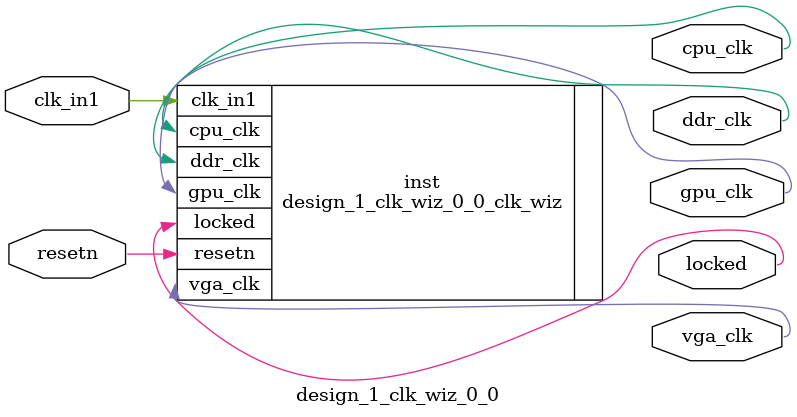
<source format=v>


`timescale 1ps/1ps

(* CORE_GENERATION_INFO = "design_1_clk_wiz_0_0,clk_wiz_v6_0_15_0_0,{component_name=design_1_clk_wiz_0_0,use_phase_alignment=true,use_min_o_jitter=false,use_max_i_jitter=false,use_dyn_phase_shift=false,use_inclk_switchover=false,use_dyn_reconfig=false,enable_axi=0,feedback_source=FDBK_AUTO,PRIMITIVE=MMCM,num_out_clk=4,clkin1_period=10.000,clkin2_period=10.000,use_power_down=false,use_reset=true,use_locked=true,use_inclk_stopped=false,feedback_type=SINGLE,CLOCK_MGR_TYPE=NA,manual_override=false}" *)

module design_1_clk_wiz_0_0 
 (
  // Clock out ports
  output        cpu_clk,
  output        ddr_clk,
  output        vga_clk,
  output        gpu_clk,
  // Status and control signals
  input         resetn,
  output        locked,
 // Clock in ports
  input         clk_in1
 );

  design_1_clk_wiz_0_0_clk_wiz inst
  (
  // Clock out ports  
  .cpu_clk(cpu_clk),
  .ddr_clk(ddr_clk),
  .vga_clk(vga_clk),
  .gpu_clk(gpu_clk),
  // Status and control signals               
  .resetn(resetn), 
  .locked(locked),
 // Clock in ports
  .clk_in1(clk_in1)
  );

endmodule

</source>
